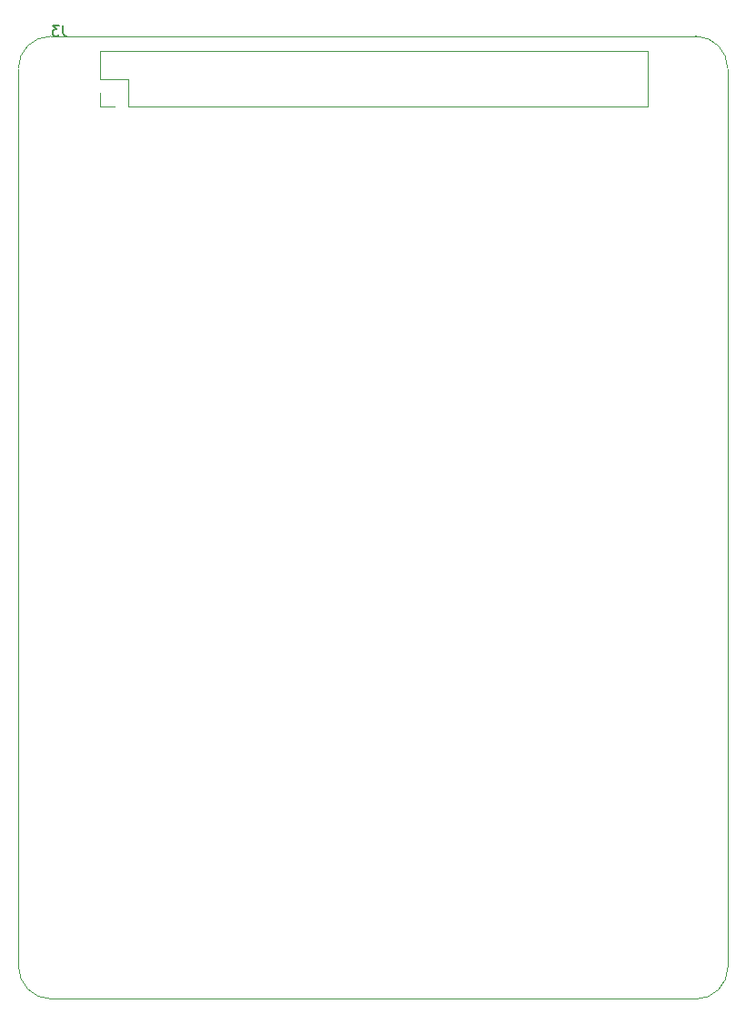
<source format=gbr>
G04 #@! TF.FileFunction,Legend,Bot*
%FSLAX46Y46*%
G04 Gerber Fmt 4.6, Leading zero omitted, Abs format (unit mm)*
G04 Created by KiCad (PCBNEW 4.0.7-e2-6376~61~ubuntu18.04.1) date Fri Sep  6 21:57:16 2019*
%MOMM*%
%LPD*%
G01*
G04 APERTURE LIST*
%ADD10C,0.100000*%
%ADD11C,0.120000*%
%ADD12C,0.150000*%
G04 APERTURE END LIST*
D10*
X77030356Y-63317600D02*
X77030356Y-146750000D01*
X77004956Y-63292211D02*
G75*
G02X80004956Y-60292211I3000000J0D01*
G01*
X140030356Y-60317611D02*
X80030356Y-60317611D01*
X140030356Y-60292211D02*
G75*
G02X143030356Y-63292211I0J-3000000D01*
G01*
X143030356Y-63317600D02*
X143030356Y-146750000D01*
X80030356Y-149829611D02*
G75*
G02X77030356Y-146829611I0J3000000D01*
G01*
X80000000Y-149829611D02*
X140000000Y-149829611D01*
X143055751Y-146860247D02*
G75*
G02X140055756Y-149855011I-2999995J5236D01*
G01*
D11*
X87249000Y-66862000D02*
X135569000Y-66862000D01*
X135569000Y-66862000D02*
X135569000Y-61662000D01*
X135569000Y-61662000D02*
X84649000Y-61662000D01*
X84649000Y-61662000D02*
X84649000Y-64262000D01*
X84649000Y-64262000D02*
X87249000Y-64262000D01*
X87249000Y-64262000D02*
X87249000Y-66862000D01*
X85979000Y-66862000D02*
X84649000Y-66862000D01*
X84649000Y-66862000D02*
X84649000Y-65592000D01*
D12*
X81181533Y-59269381D02*
X81181533Y-59983667D01*
X81229153Y-60126524D01*
X81324391Y-60221762D01*
X81467248Y-60269381D01*
X81562486Y-60269381D01*
X80800581Y-59269381D02*
X80181533Y-59269381D01*
X80514867Y-59650333D01*
X80372009Y-59650333D01*
X80276771Y-59697952D01*
X80229152Y-59745571D01*
X80181533Y-59840810D01*
X80181533Y-60078905D01*
X80229152Y-60174143D01*
X80276771Y-60221762D01*
X80372009Y-60269381D01*
X80657724Y-60269381D01*
X80752962Y-60221762D01*
X80800581Y-60174143D01*
M02*

</source>
